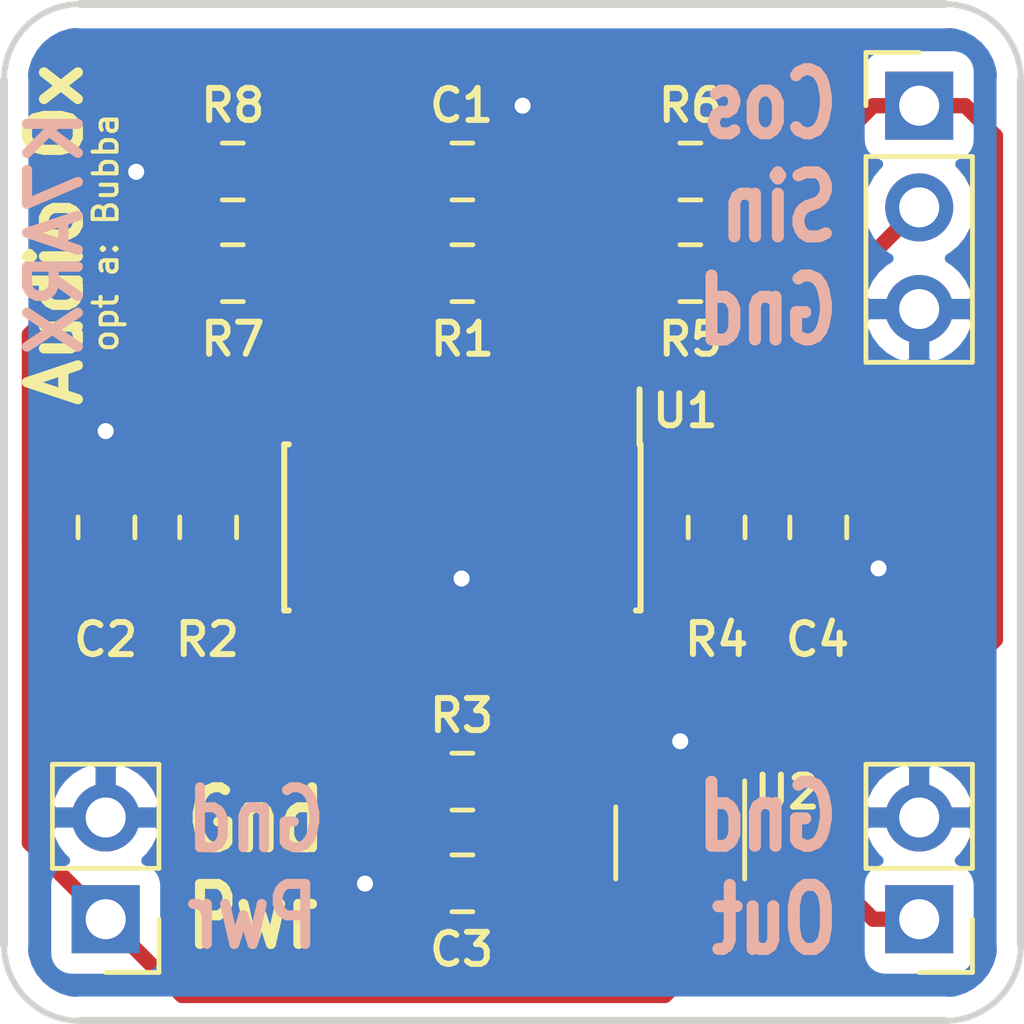
<source format=kicad_pcb>
(kicad_pcb (version 20171130) (host pcbnew 5.1.0)

  (general
    (thickness 1.6)
    (drawings 15)
    (tracks 127)
    (zones 0)
    (modules 17)
    (nets 14)
  )

  (page A4)
  (layers
    (0 F.Cu signal)
    (31 B.Cu signal)
    (32 B.Adhes user)
    (33 F.Adhes user)
    (34 B.Paste user)
    (35 F.Paste user)
    (36 B.SilkS user)
    (37 F.SilkS user)
    (38 B.Mask user)
    (39 F.Mask user)
    (40 Dwgs.User user)
    (41 Cmts.User user)
    (42 Eco1.User user)
    (43 Eco2.User user)
    (44 Edge.Cuts user)
    (45 Margin user)
    (46 B.CrtYd user)
    (47 F.CrtYd user)
    (48 B.Fab user)
    (49 F.Fab user)
  )

  (setup
    (last_trace_width 0.381)
    (trace_clearance 0.1905)
    (zone_clearance 0.508)
    (zone_45_only no)
    (trace_min 0.2)
    (via_size 0.8)
    (via_drill 0.4)
    (via_min_size 0.4)
    (via_min_drill 0.3)
    (uvia_size 0.3)
    (uvia_drill 0.1)
    (uvias_allowed no)
    (uvia_min_size 0.2)
    (uvia_min_drill 0.1)
    (edge_width 0.15)
    (segment_width 0.2)
    (pcb_text_width 0.3)
    (pcb_text_size 1.5 1.5)
    (mod_edge_width 0.15)
    (mod_text_size 1 1)
    (mod_text_width 0.15)
    (pad_size 1.15 1.4)
    (pad_drill 0)
    (pad_to_mask_clearance 0.051)
    (solder_mask_min_width 0.25)
    (aux_axis_origin 0 0)
    (visible_elements FFFFFF7F)
    (pcbplotparams
      (layerselection 0x010fc_ffffffff)
      (usegerberextensions false)
      (usegerberattributes false)
      (usegerberadvancedattributes false)
      (creategerberjobfile false)
      (excludeedgelayer true)
      (linewidth 0.100000)
      (plotframeref false)
      (viasonmask false)
      (mode 1)
      (useauxorigin false)
      (hpglpennumber 1)
      (hpglpenspeed 20)
      (hpglpendiameter 15.000000)
      (psnegative false)
      (psa4output false)
      (plotreference true)
      (plotvalue true)
      (plotinvisibletext false)
      (padsonsilk false)
      (subtractmaskfromsilk false)
      (outputformat 1)
      (mirror false)
      (drillshape 1)
      (scaleselection 1)
      (outputdirectory ""))
  )

  (net 0 "")
  (net 1 GND)
  (net 2 "Net-(C1-Pad1)")
  (net 3 SINE)
  (net 4 "Net-(C3-Pad1)")
  (net 5 COSINE)
  (net 6 VAA)
  (net 7 "Net-(J3-Pad1)")
  (net 8 "Net-(R1-Pad2)")
  (net 9 "Net-(R2-Pad2)")
  (net 10 "Net-(R3-Pad2)")
  (net 11 "Net-(R5-Pad1)")
  (net 12 "Net-(R7-Pad2)")
  (net 13 "Net-(R4-Pad2)")

  (net_class Default "This is the default net class."
    (clearance 0.1905)
    (trace_width 0.381)
    (via_dia 0.8)
    (via_drill 0.4)
    (uvia_dia 0.3)
    (uvia_drill 0.1)
    (add_net COSINE)
    (add_net GND)
    (add_net "Net-(C1-Pad1)")
    (add_net "Net-(C3-Pad1)")
    (add_net "Net-(J3-Pad1)")
    (add_net "Net-(R1-Pad2)")
    (add_net "Net-(R2-Pad2)")
    (add_net "Net-(R3-Pad2)")
    (add_net "Net-(R4-Pad2)")
    (add_net "Net-(R5-Pad1)")
    (add_net "Net-(R7-Pad2)")
    (add_net SINE)
    (add_net VAA)
  )

  (module Connector_PinHeader_2.54mm:PinHeader_1x02_P2.54mm_Vertical (layer F.Cu) (tedit 5CA3E1C1) (tstamp 5CACA0C6)
    (at 187.96 106.68 180)
    (descr "Through hole straight pin header, 1x02, 2.54mm pitch, single row")
    (tags "Through hole pin header THT 1x02 2.54mm single row")
    (path /5CA3F0BC)
    (fp_text reference J3 (at 0 -2.54) (layer F.SilkS) hide
      (effects (font (size 1 1) (thickness 0.15)))
    )
    (fp_text value Conn_01x02 (at 0 4.87 180) (layer F.Fab) hide
      (effects (font (size 1 1) (thickness 0.15)))
    )
    (fp_line (start -0.635 -1.27) (end 1.27 -1.27) (layer F.Fab) (width 0.1))
    (fp_line (start 1.27 -1.27) (end 1.27 3.81) (layer F.Fab) (width 0.1))
    (fp_line (start 1.27 3.81) (end -1.27 3.81) (layer F.Fab) (width 0.1))
    (fp_line (start -1.27 3.81) (end -1.27 -0.635) (layer F.Fab) (width 0.1))
    (fp_line (start -1.27 -0.635) (end -0.635 -1.27) (layer F.Fab) (width 0.1))
    (fp_line (start -1.33 3.87) (end 1.33 3.87) (layer F.SilkS) (width 0.12))
    (fp_line (start -1.33 1.27) (end -1.33 3.87) (layer F.SilkS) (width 0.12))
    (fp_line (start 1.33 1.27) (end 1.33 3.87) (layer F.SilkS) (width 0.12))
    (fp_line (start -1.33 1.27) (end 1.33 1.27) (layer F.SilkS) (width 0.12))
    (fp_line (start -1.33 0) (end -1.33 -1.33) (layer F.SilkS) (width 0.12))
    (fp_line (start -1.33 -1.33) (end 0 -1.33) (layer F.SilkS) (width 0.12))
    (fp_line (start -1.8 -1.8) (end -1.8 4.35) (layer F.CrtYd) (width 0.05))
    (fp_line (start -1.8 4.35) (end 1.8 4.35) (layer F.CrtYd) (width 0.05))
    (fp_line (start 1.8 4.35) (end 1.8 -1.8) (layer F.CrtYd) (width 0.05))
    (fp_line (start 1.8 -1.8) (end -1.8 -1.8) (layer F.CrtYd) (width 0.05))
    (fp_text user %R (at 0 1.27 270) (layer F.Fab)
      (effects (font (size 1 1) (thickness 0.15)))
    )
    (pad 1 thru_hole rect (at 0 0 180) (size 1.7 1.7) (drill 1) (layers *.Cu *.Mask)
      (net 7 "Net-(J3-Pad1)"))
    (pad 2 thru_hole oval (at 0 2.54 180) (size 1.7 1.7) (drill 1) (layers *.Cu *.Mask)
      (net 1 GND))
    (model ${KISYS3DMOD}/Connector_PinHeader_2.54mm.3dshapes/PinHeader_1x02_P2.54mm_Vertical.wrl
      (at (xyz 0 0 0))
      (scale (xyz 1 1 1))
      (rotate (xyz 0 0 0))
    )
  )

  (module Package_SO:SOIC-14_3.9x8.7mm_P1.27mm (layer F.Cu) (tedit 5CA3E1B1) (tstamp 5CACA591)
    (at 176.549398 96.893677 270)
    (descr "14-Lead Plastic Small Outline (SL) - Narrow, 3.90 mm Body [SOIC] (see Microchip Packaging Specification 00000049BS.pdf)")
    (tags "SOIC 1.27")
    (path /5CA21267)
    (attr smd)
    (fp_text reference U1 (at -2.913677 -5.568602 180) (layer F.SilkS)
      (effects (font (size 0.8 0.8) (thickness 0.15)))
    )
    (fp_text value LM324 (at 0 5.375 270) (layer F.Fab) hide
      (effects (font (size 1 1) (thickness 0.15)))
    )
    (fp_text user %R (at 0 0 270) (layer F.Fab)
      (effects (font (size 0.9 0.9) (thickness 0.135)))
    )
    (fp_line (start -0.95 -4.35) (end 1.95 -4.35) (layer F.Fab) (width 0.15))
    (fp_line (start 1.95 -4.35) (end 1.95 4.35) (layer F.Fab) (width 0.15))
    (fp_line (start 1.95 4.35) (end -1.95 4.35) (layer F.Fab) (width 0.15))
    (fp_line (start -1.95 4.35) (end -1.95 -3.35) (layer F.Fab) (width 0.15))
    (fp_line (start -1.95 -3.35) (end -0.95 -4.35) (layer F.Fab) (width 0.15))
    (fp_line (start -3.7 -4.65) (end -3.7 4.65) (layer F.CrtYd) (width 0.05))
    (fp_line (start 3.7 -4.65) (end 3.7 4.65) (layer F.CrtYd) (width 0.05))
    (fp_line (start -3.7 -4.65) (end 3.7 -4.65) (layer F.CrtYd) (width 0.05))
    (fp_line (start -3.7 4.65) (end 3.7 4.65) (layer F.CrtYd) (width 0.05))
    (fp_line (start -2.075 -4.45) (end -2.075 -4.425) (layer F.SilkS) (width 0.15))
    (fp_line (start 2.075 -4.45) (end 2.075 -4.335) (layer F.SilkS) (width 0.15))
    (fp_line (start 2.075 4.45) (end 2.075 4.335) (layer F.SilkS) (width 0.15))
    (fp_line (start -2.075 4.45) (end -2.075 4.335) (layer F.SilkS) (width 0.15))
    (fp_line (start -2.075 -4.45) (end 2.075 -4.45) (layer F.SilkS) (width 0.15))
    (fp_line (start -2.075 4.45) (end 2.075 4.45) (layer F.SilkS) (width 0.15))
    (fp_line (start -2.075 -4.425) (end -3.45 -4.425) (layer F.SilkS) (width 0.15))
    (pad 1 smd rect (at -2.7 -3.81 270) (size 1.5 0.6) (layers F.Cu F.Paste F.Mask)
      (net 8 "Net-(R1-Pad2)"))
    (pad 2 smd rect (at -2.7 -2.54 270) (size 1.5 0.6) (layers F.Cu F.Paste F.Mask)
      (net 11 "Net-(R5-Pad1)"))
    (pad 3 smd rect (at -2.7 -1.27 270) (size 1.5 0.6) (layers F.Cu F.Paste F.Mask)
      (net 12 "Net-(R7-Pad2)"))
    (pad 4 smd rect (at -2.7 0 270) (size 1.5 0.6) (layers F.Cu F.Paste F.Mask)
      (net 6 VAA))
    (pad 5 smd rect (at -2.7 1.27 270) (size 1.5 0.6) (layers F.Cu F.Paste F.Mask)
      (net 2 "Net-(C1-Pad1)"))
    (pad 6 smd rect (at -2.7 2.54 270) (size 1.5 0.6) (layers F.Cu F.Paste F.Mask)
      (net 9 "Net-(R2-Pad2)"))
    (pad 7 smd rect (at -2.7 3.81 270) (size 1.5 0.6) (layers F.Cu F.Paste F.Mask)
      (net 9 "Net-(R2-Pad2)"))
    (pad 8 smd rect (at 2.7 3.81 270) (size 1.5 0.6) (layers F.Cu F.Paste F.Mask)
      (net 10 "Net-(R3-Pad2)"))
    (pad 9 smd rect (at 2.7 2.54 270) (size 1.5 0.6) (layers F.Cu F.Paste F.Mask)
      (net 10 "Net-(R3-Pad2)"))
    (pad 10 smd rect (at 2.7 1.27 270) (size 1.5 0.6) (layers F.Cu F.Paste F.Mask)
      (net 3 SINE))
    (pad 11 smd rect (at 2.7 0 270) (size 1.5 0.6) (layers F.Cu F.Paste F.Mask)
      (net 1 GND))
    (pad 12 smd rect (at 2.7 -1.27 270) (size 1.5 0.6) (layers F.Cu F.Paste F.Mask)
      (net 4 "Net-(C3-Pad1)"))
    (pad 13 smd rect (at 2.7 -2.54 270) (size 1.5 0.6) (layers F.Cu F.Paste F.Mask)
      (net 13 "Net-(R4-Pad2)"))
    (pad 14 smd rect (at 2.7 -3.81 270) (size 1.5 0.6) (layers F.Cu F.Paste F.Mask)
      (net 13 "Net-(R4-Pad2)"))
    (model ${KISYS3DMOD}/Package_SO.3dshapes/SOIC-14_3.9x8.7mm_P1.27mm.wrl
      (at (xyz 0 0 0))
      (scale (xyz 1 1 1))
      (rotate (xyz 0 0 0))
    )
  )

  (module Capacitor_SMD:C_0805_2012Metric_Pad1.15x1.40mm_HandSolder (layer F.Cu) (tedit 5CA3E1B4) (tstamp 5CACA083)
    (at 185.439398 96.893677 270)
    (descr "Capacitor SMD 0805 (2012 Metric), square (rectangular) end terminal, IPC_7351 nominal with elongated pad for handsoldering. (Body size source: https://docs.google.com/spreadsheets/d/1BsfQQcO9C6DZCsRaXUlFlo91Tg2WpOkGARC1WS5S8t0/edit?usp=sharing), generated with kicad-footprint-generator")
    (tags "capacitor handsolder")
    (path /5CA26F27)
    (attr smd)
    (fp_text reference C4 (at 2.801323 0.019398) (layer F.SilkS)
      (effects (font (size 0.8 0.8) (thickness 0.15)))
    )
    (fp_text value C (at 0 1.65 270) (layer F.Fab) hide
      (effects (font (size 1 1) (thickness 0.15)))
    )
    (fp_line (start -1 0.6) (end -1 -0.6) (layer F.Fab) (width 0.1))
    (fp_line (start -1 -0.6) (end 1 -0.6) (layer F.Fab) (width 0.1))
    (fp_line (start 1 -0.6) (end 1 0.6) (layer F.Fab) (width 0.1))
    (fp_line (start 1 0.6) (end -1 0.6) (layer F.Fab) (width 0.1))
    (fp_line (start -0.261252 -0.71) (end 0.261252 -0.71) (layer F.SilkS) (width 0.12))
    (fp_line (start -0.261252 0.71) (end 0.261252 0.71) (layer F.SilkS) (width 0.12))
    (fp_line (start -1.85 0.95) (end -1.85 -0.95) (layer F.CrtYd) (width 0.05))
    (fp_line (start -1.85 -0.95) (end 1.85 -0.95) (layer F.CrtYd) (width 0.05))
    (fp_line (start 1.85 -0.95) (end 1.85 0.95) (layer F.CrtYd) (width 0.05))
    (fp_line (start 1.85 0.95) (end -1.85 0.95) (layer F.CrtYd) (width 0.05))
    (fp_text user %R (at 0 0 270) (layer F.Fab)
      (effects (font (size 0.5 0.5) (thickness 0.08)))
    )
    (pad 1 smd roundrect (at -1.025 0 270) (size 1.15 1.4) (layers F.Cu F.Paste F.Mask) (roundrect_rratio 0.217391)
      (net 5 COSINE))
    (pad 2 smd roundrect (at 1.025 0 270) (size 1.15 1.4) (layers F.Cu F.Paste F.Mask) (roundrect_rratio 0.217391)
      (net 1 GND))
    (model ${KISYS3DMOD}/Capacitor_SMD.3dshapes/C_0805_2012Metric.wrl
      (at (xyz 0 0 0))
      (scale (xyz 1 1 1))
      (rotate (xyz 0 0 0))
    )
  )

  (module Resistor_SMD:R_0805_2012Metric_Pad1.15x1.40mm_HandSolder (layer F.Cu) (tedit 5CA3E1AD) (tstamp 5CACA10A)
    (at 182.899398 96.893677 270)
    (descr "Resistor SMD 0805 (2012 Metric), square (rectangular) end terminal, IPC_7351 nominal with elongated pad for handsoldering. (Body size source: https://docs.google.com/spreadsheets/d/1BsfQQcO9C6DZCsRaXUlFlo91Tg2WpOkGARC1WS5S8t0/edit?usp=sharing), generated with kicad-footprint-generator")
    (tags "resistor handsolder")
    (path /5CA26EB9)
    (attr smd)
    (fp_text reference R4 (at 2.801323 0) (layer F.SilkS)
      (effects (font (size 0.8 0.8) (thickness 0.15)))
    )
    (fp_text value R (at 0 1.65 270) (layer F.Fab) hide
      (effects (font (size 1 1) (thickness 0.15)))
    )
    (fp_text user %R (at 0 0 270) (layer F.Fab)
      (effects (font (size 0.5 0.5) (thickness 0.08)))
    )
    (fp_line (start 1.85 0.95) (end -1.85 0.95) (layer F.CrtYd) (width 0.05))
    (fp_line (start 1.85 -0.95) (end 1.85 0.95) (layer F.CrtYd) (width 0.05))
    (fp_line (start -1.85 -0.95) (end 1.85 -0.95) (layer F.CrtYd) (width 0.05))
    (fp_line (start -1.85 0.95) (end -1.85 -0.95) (layer F.CrtYd) (width 0.05))
    (fp_line (start -0.261252 0.71) (end 0.261252 0.71) (layer F.SilkS) (width 0.12))
    (fp_line (start -0.261252 -0.71) (end 0.261252 -0.71) (layer F.SilkS) (width 0.12))
    (fp_line (start 1 0.6) (end -1 0.6) (layer F.Fab) (width 0.1))
    (fp_line (start 1 -0.6) (end 1 0.6) (layer F.Fab) (width 0.1))
    (fp_line (start -1 -0.6) (end 1 -0.6) (layer F.Fab) (width 0.1))
    (fp_line (start -1 0.6) (end -1 -0.6) (layer F.Fab) (width 0.1))
    (pad 2 smd roundrect (at 1.025 0 270) (size 1.15 1.4) (layers F.Cu F.Paste F.Mask) (roundrect_rratio 0.217391)
      (net 13 "Net-(R4-Pad2)"))
    (pad 1 smd roundrect (at -1.025 0 270) (size 1.15 1.4) (layers F.Cu F.Paste F.Mask) (roundrect_rratio 0.217391)
      (net 5 COSINE))
    (model ${KISYS3DMOD}/Resistor_SMD.3dshapes/R_0805_2012Metric.wrl
      (at (xyz 0 0 0))
      (scale (xyz 1 1 1))
      (rotate (xyz 0 0 0))
    )
  )

  (module Package_TO_SOT_SMD:SOT-23-5 (layer F.Cu) (tedit 5CA3E1CF) (tstamp 5CACC2CA)
    (at 181.991 104.775 270)
    (descr "5-pin SOT23 package")
    (tags SOT-23-5)
    (path /5CA39173)
    (attr smd)
    (fp_text reference U2 (at -1.27 -2.667) (layer F.SilkS)
      (effects (font (size 0.8 0.8) (thickness 0.15)))
    )
    (fp_text value LM321 (at 0 2.9 270) (layer F.Fab) hide
      (effects (font (size 1 1) (thickness 0.15)))
    )
    (fp_text user %R (at 0 0) (layer F.Fab)
      (effects (font (size 0.5 0.5) (thickness 0.075)))
    )
    (fp_line (start -0.9 1.61) (end 0.9 1.61) (layer F.SilkS) (width 0.12))
    (fp_line (start 0.9 -1.61) (end -1.55 -1.61) (layer F.SilkS) (width 0.12))
    (fp_line (start -1.9 -1.8) (end 1.9 -1.8) (layer F.CrtYd) (width 0.05))
    (fp_line (start 1.9 -1.8) (end 1.9 1.8) (layer F.CrtYd) (width 0.05))
    (fp_line (start 1.9 1.8) (end -1.9 1.8) (layer F.CrtYd) (width 0.05))
    (fp_line (start -1.9 1.8) (end -1.9 -1.8) (layer F.CrtYd) (width 0.05))
    (fp_line (start -0.9 -0.9) (end -0.25 -1.55) (layer F.Fab) (width 0.1))
    (fp_line (start 0.9 -1.55) (end -0.25 -1.55) (layer F.Fab) (width 0.1))
    (fp_line (start -0.9 -0.9) (end -0.9 1.55) (layer F.Fab) (width 0.1))
    (fp_line (start 0.9 1.55) (end -0.9 1.55) (layer F.Fab) (width 0.1))
    (fp_line (start 0.9 -1.55) (end 0.9 1.55) (layer F.Fab) (width 0.1))
    (pad 1 smd rect (at -1.1 -0.95 270) (size 1.06 0.65) (layers F.Cu F.Paste F.Mask)
      (net 5 COSINE))
    (pad 2 smd rect (at -1.1 0 270) (size 1.06 0.65) (layers F.Cu F.Paste F.Mask)
      (net 1 GND))
    (pad 3 smd rect (at -1.1 0.95 270) (size 1.06 0.65) (layers F.Cu F.Paste F.Mask)
      (net 7 "Net-(J3-Pad1)"))
    (pad 4 smd rect (at 1.1 0.95 270) (size 1.06 0.65) (layers F.Cu F.Paste F.Mask)
      (net 7 "Net-(J3-Pad1)"))
    (pad 5 smd rect (at 1.1 -0.95 270) (size 1.06 0.65) (layers F.Cu F.Paste F.Mask)
      (net 6 VAA))
    (model ${KISYS3DMOD}/Package_TO_SOT_SMD.3dshapes/SOT-23-5.wrl
      (at (xyz 0 0 0))
      (scale (xyz 1 1 1))
      (rotate (xyz 0 0 0))
    )
  )

  (module Capacitor_SMD:C_0805_2012Metric_Pad1.15x1.40mm_HandSolder (layer F.Cu) (tedit 5CA42985) (tstamp 5CACA050)
    (at 176.549398 88.003677)
    (descr "Capacitor SMD 0805 (2012 Metric), square (rectangular) end terminal, IPC_7351 nominal with elongated pad for handsoldering. (Body size source: https://docs.google.com/spreadsheets/d/1BsfQQcO9C6DZCsRaXUlFlo91Tg2WpOkGARC1WS5S8t0/edit?usp=sharing), generated with kicad-footprint-generator")
    (tags "capacitor handsolder")
    (path /5CA21EF4)
    (attr smd)
    (fp_text reference C1 (at -0.019398 -1.65) (layer F.SilkS)
      (effects (font (size 0.8 0.8) (thickness 0.15)))
    )
    (fp_text value C (at 0 1.65) (layer F.Fab) hide
      (effects (font (size 1 1) (thickness 0.15)))
    )
    (fp_text user %R (at 0 0) (layer F.Fab)
      (effects (font (size 0.5 0.5) (thickness 0.08)))
    )
    (fp_line (start 1.85 0.95) (end -1.85 0.95) (layer F.CrtYd) (width 0.05))
    (fp_line (start 1.85 -0.95) (end 1.85 0.95) (layer F.CrtYd) (width 0.05))
    (fp_line (start -1.85 -0.95) (end 1.85 -0.95) (layer F.CrtYd) (width 0.05))
    (fp_line (start -1.85 0.95) (end -1.85 -0.95) (layer F.CrtYd) (width 0.05))
    (fp_line (start -0.261252 0.71) (end 0.261252 0.71) (layer F.SilkS) (width 0.12))
    (fp_line (start -0.261252 -0.71) (end 0.261252 -0.71) (layer F.SilkS) (width 0.12))
    (fp_line (start 1 0.6) (end -1 0.6) (layer F.Fab) (width 0.1))
    (fp_line (start 1 -0.6) (end 1 0.6) (layer F.Fab) (width 0.1))
    (fp_line (start -1 -0.6) (end 1 -0.6) (layer F.Fab) (width 0.1))
    (fp_line (start -1 0.6) (end -1 -0.6) (layer F.Fab) (width 0.1))
    (pad 2 smd roundrect (at 1.025 0) (size 1.15 1.4) (layers F.Cu F.Paste F.Mask) (roundrect_rratio 0.217391)
      (net 1 GND))
    (pad 1 smd roundrect (at -1.025 0) (size 1.15 1.4) (layers F.Cu F.Paste F.Mask) (roundrect_rratio 0.217391)
      (net 2 "Net-(C1-Pad1)"))
    (model ${KISYS3DMOD}/Capacitor_SMD.3dshapes/C_0805_2012Metric.wrl
      (at (xyz 0 0 0))
      (scale (xyz 1 1 1))
      (rotate (xyz 0 0 0))
    )
  )

  (module Capacitor_SMD:C_0805_2012Metric_Pad1.15x1.40mm_HandSolder (layer F.Cu) (tedit 5CA3E183) (tstamp 5CACA061)
    (at 167.659398 96.893677 90)
    (descr "Capacitor SMD 0805 (2012 Metric), square (rectangular) end terminal, IPC_7351 nominal with elongated pad for handsoldering. (Body size source: https://docs.google.com/spreadsheets/d/1BsfQQcO9C6DZCsRaXUlFlo91Tg2WpOkGARC1WS5S8t0/edit?usp=sharing), generated with kicad-footprint-generator")
    (tags "capacitor handsolder")
    (path /5CA22E0C)
    (attr smd)
    (fp_text reference C2 (at -2.801323 -0.019398 180) (layer F.SilkS)
      (effects (font (size 0.8 0.8) (thickness 0.15)))
    )
    (fp_text value C (at 0 1.65 90) (layer F.Fab) hide
      (effects (font (size 1 1) (thickness 0.15)))
    )
    (fp_line (start -1 0.6) (end -1 -0.6) (layer F.Fab) (width 0.1))
    (fp_line (start -1 -0.6) (end 1 -0.6) (layer F.Fab) (width 0.1))
    (fp_line (start 1 -0.6) (end 1 0.6) (layer F.Fab) (width 0.1))
    (fp_line (start 1 0.6) (end -1 0.6) (layer F.Fab) (width 0.1))
    (fp_line (start -0.261252 -0.71) (end 0.261252 -0.71) (layer F.SilkS) (width 0.12))
    (fp_line (start -0.261252 0.71) (end 0.261252 0.71) (layer F.SilkS) (width 0.12))
    (fp_line (start -1.85 0.95) (end -1.85 -0.95) (layer F.CrtYd) (width 0.05))
    (fp_line (start -1.85 -0.95) (end 1.85 -0.95) (layer F.CrtYd) (width 0.05))
    (fp_line (start 1.85 -0.95) (end 1.85 0.95) (layer F.CrtYd) (width 0.05))
    (fp_line (start 1.85 0.95) (end -1.85 0.95) (layer F.CrtYd) (width 0.05))
    (fp_text user %R (at 0 0 90) (layer F.Fab)
      (effects (font (size 0.5 0.5) (thickness 0.08)))
    )
    (pad 1 smd roundrect (at -1.025 0 90) (size 1.15 1.4) (layers F.Cu F.Paste F.Mask) (roundrect_rratio 0.217391)
      (net 3 SINE))
    (pad 2 smd roundrect (at 1.025 0 90) (size 1.15 1.4) (layers F.Cu F.Paste F.Mask) (roundrect_rratio 0.217391)
      (net 1 GND))
    (model ${KISYS3DMOD}/Capacitor_SMD.3dshapes/C_0805_2012Metric.wrl
      (at (xyz 0 0 0))
      (scale (xyz 1 1 1))
      (rotate (xyz 0 0 0))
    )
  )

  (module Capacitor_SMD:C_0805_2012Metric_Pad1.15x1.40mm_HandSolder (layer F.Cu) (tedit 5CA45AA5) (tstamp 5CACAC13)
    (at 176.549398 105.783677 180)
    (descr "Capacitor SMD 0805 (2012 Metric), square (rectangular) end terminal, IPC_7351 nominal with elongated pad for handsoldering. (Body size source: https://docs.google.com/spreadsheets/d/1BsfQQcO9C6DZCsRaXUlFlo91Tg2WpOkGARC1WS5S8t0/edit?usp=sharing), generated with kicad-footprint-generator")
    (tags "capacitor handsolder")
    (path /5CA244E6)
    (attr smd)
    (fp_text reference C3 (at 0.019398 -1.65 180) (layer F.SilkS)
      (effects (font (size 0.8 0.8) (thickness 0.15)))
    )
    (fp_text value C (at 0 1.65 180) (layer F.Fab) hide
      (effects (font (size 1 1) (thickness 0.15)))
    )
    (fp_text user %R (at 0 0 180) (layer F.Fab)
      (effects (font (size 0.5 0.5) (thickness 0.08)))
    )
    (fp_line (start 1.85 0.95) (end -1.85 0.95) (layer F.CrtYd) (width 0.05))
    (fp_line (start 1.85 -0.95) (end 1.85 0.95) (layer F.CrtYd) (width 0.05))
    (fp_line (start -1.85 -0.95) (end 1.85 -0.95) (layer F.CrtYd) (width 0.05))
    (fp_line (start -1.85 0.95) (end -1.85 -0.95) (layer F.CrtYd) (width 0.05))
    (fp_line (start -0.261252 0.71) (end 0.261252 0.71) (layer F.SilkS) (width 0.12))
    (fp_line (start -0.261252 -0.71) (end 0.261252 -0.71) (layer F.SilkS) (width 0.12))
    (fp_line (start 1 0.6) (end -1 0.6) (layer F.Fab) (width 0.1))
    (fp_line (start 1 -0.6) (end 1 0.6) (layer F.Fab) (width 0.1))
    (fp_line (start -1 -0.6) (end 1 -0.6) (layer F.Fab) (width 0.1))
    (fp_line (start -1 0.6) (end -1 -0.6) (layer F.Fab) (width 0.1))
    (pad 2 smd roundrect (at 1.025 0 180) (size 1.15 1.4) (layers F.Cu F.Paste F.Mask) (roundrect_rratio 0.217391)
      (net 1 GND))
    (pad 1 smd roundrect (at -1.025 0 180) (size 1.15 1.4) (layers F.Cu F.Paste F.Mask) (roundrect_rratio 0.217391)
      (net 4 "Net-(C3-Pad1)"))
    (model ${KISYS3DMOD}/Capacitor_SMD.3dshapes/C_0805_2012Metric.wrl
      (at (xyz 0 0 0))
      (scale (xyz 1 1 1))
      (rotate (xyz 0 0 0))
    )
  )

  (module Connector_PinHeader_2.54mm:PinHeader_1x02_P2.54mm_Vertical (layer F.Cu) (tedit 5CA3E148) (tstamp 5CACA099)
    (at 167.64 106.68 180)
    (descr "Through hole straight pin header, 1x02, 2.54mm pitch, single row")
    (tags "Through hole pin header THT 1x02 2.54mm single row")
    (path /5CA2ACD1)
    (fp_text reference J1 (at -2.54 1.27 90) (layer F.SilkS) hide
      (effects (font (size 1 1) (thickness 0.15)))
    )
    (fp_text value Conn_01x02 (at 0 4.87 180) (layer F.Fab) hide
      (effects (font (size 1 1) (thickness 0.15)))
    )
    (fp_text user %R (at 0 1.27 270) (layer F.Fab)
      (effects (font (size 1 1) (thickness 0.15)))
    )
    (fp_line (start 1.8 -1.8) (end -1.8 -1.8) (layer F.CrtYd) (width 0.05))
    (fp_line (start 1.8 4.35) (end 1.8 -1.8) (layer F.CrtYd) (width 0.05))
    (fp_line (start -1.8 4.35) (end 1.8 4.35) (layer F.CrtYd) (width 0.05))
    (fp_line (start -1.8 -1.8) (end -1.8 4.35) (layer F.CrtYd) (width 0.05))
    (fp_line (start -1.33 -1.33) (end 0 -1.33) (layer F.SilkS) (width 0.12))
    (fp_line (start -1.33 0) (end -1.33 -1.33) (layer F.SilkS) (width 0.12))
    (fp_line (start -1.33 1.27) (end 1.33 1.27) (layer F.SilkS) (width 0.12))
    (fp_line (start 1.33 1.27) (end 1.33 3.87) (layer F.SilkS) (width 0.12))
    (fp_line (start -1.33 1.27) (end -1.33 3.87) (layer F.SilkS) (width 0.12))
    (fp_line (start -1.33 3.87) (end 1.33 3.87) (layer F.SilkS) (width 0.12))
    (fp_line (start -1.27 -0.635) (end -0.635 -1.27) (layer F.Fab) (width 0.1))
    (fp_line (start -1.27 3.81) (end -1.27 -0.635) (layer F.Fab) (width 0.1))
    (fp_line (start 1.27 3.81) (end -1.27 3.81) (layer F.Fab) (width 0.1))
    (fp_line (start 1.27 -1.27) (end 1.27 3.81) (layer F.Fab) (width 0.1))
    (fp_line (start -0.635 -1.27) (end 1.27 -1.27) (layer F.Fab) (width 0.1))
    (pad 2 thru_hole oval (at 0 2.54 180) (size 1.7 1.7) (drill 1) (layers *.Cu *.Mask)
      (net 1 GND))
    (pad 1 thru_hole rect (at 0 0 180) (size 1.7 1.7) (drill 1) (layers *.Cu *.Mask)
      (net 6 VAA))
    (model ${KISYS3DMOD}/Connector_PinHeader_2.54mm.3dshapes/PinHeader_1x02_P2.54mm_Vertical.wrl
      (at (xyz 0 0 0))
      (scale (xyz 1 1 1))
      (rotate (xyz 0 0 0))
    )
  )

  (module Connector_PinHeader_2.54mm:PinHeader_1x03_P2.54mm_Vertical (layer F.Cu) (tedit 5CA3E1BD) (tstamp 5CACA0B0)
    (at 187.96 86.36)
    (descr "Through hole straight pin header, 1x03, 2.54mm pitch, single row")
    (tags "Through hole pin header THT 1x03 2.54mm single row")
    (path /5CA3033A)
    (fp_text reference J2 (at -0.02 7.62 180) (layer F.SilkS) hide
      (effects (font (size 1 1) (thickness 0.15)))
    )
    (fp_text value Conn_01x03 (at 0 7.41) (layer F.Fab) hide
      (effects (font (size 1 1) (thickness 0.15)))
    )
    (fp_line (start -0.635 -1.27) (end 1.27 -1.27) (layer F.Fab) (width 0.1))
    (fp_line (start 1.27 -1.27) (end 1.27 6.35) (layer F.Fab) (width 0.1))
    (fp_line (start 1.27 6.35) (end -1.27 6.35) (layer F.Fab) (width 0.1))
    (fp_line (start -1.27 6.35) (end -1.27 -0.635) (layer F.Fab) (width 0.1))
    (fp_line (start -1.27 -0.635) (end -0.635 -1.27) (layer F.Fab) (width 0.1))
    (fp_line (start -1.33 6.41) (end 1.33 6.41) (layer F.SilkS) (width 0.12))
    (fp_line (start -1.33 1.27) (end -1.33 6.41) (layer F.SilkS) (width 0.12))
    (fp_line (start 1.33 1.27) (end 1.33 6.41) (layer F.SilkS) (width 0.12))
    (fp_line (start -1.33 1.27) (end 1.33 1.27) (layer F.SilkS) (width 0.12))
    (fp_line (start -1.33 0) (end -1.33 -1.33) (layer F.SilkS) (width 0.12))
    (fp_line (start -1.33 -1.33) (end 0 -1.33) (layer F.SilkS) (width 0.12))
    (fp_line (start -1.8 -1.8) (end -1.8 6.85) (layer F.CrtYd) (width 0.05))
    (fp_line (start -1.8 6.85) (end 1.8 6.85) (layer F.CrtYd) (width 0.05))
    (fp_line (start 1.8 6.85) (end 1.8 -1.8) (layer F.CrtYd) (width 0.05))
    (fp_line (start 1.8 -1.8) (end -1.8 -1.8) (layer F.CrtYd) (width 0.05))
    (fp_text user %R (at 0 2.54 90) (layer F.Fab)
      (effects (font (size 1 1) (thickness 0.15)))
    )
    (pad 1 thru_hole rect (at 0 0) (size 1.7 1.7) (drill 1) (layers *.Cu *.Mask)
      (net 5 COSINE))
    (pad 2 thru_hole oval (at 0 2.54) (size 1.7 1.7) (drill 1) (layers *.Cu *.Mask)
      (net 3 SINE))
    (pad 3 thru_hole oval (at 0 5.08) (size 1.7 1.7) (drill 1) (layers *.Cu *.Mask)
      (net 1 GND))
    (model ${KISYS3DMOD}/Connector_PinHeader_2.54mm.3dshapes/PinHeader_1x03_P2.54mm_Vertical.wrl
      (at (xyz 0 0 0))
      (scale (xyz 1 1 1))
      (rotate (xyz 0 0 0))
    )
  )

  (module Resistor_SMD:R_0805_2012Metric_Pad1.15x1.40mm_HandSolder (layer F.Cu) (tedit 5CA45FF5) (tstamp 5CACD1B3)
    (at 176.549398 90.543677)
    (descr "Resistor SMD 0805 (2012 Metric), square (rectangular) end terminal, IPC_7351 nominal with elongated pad for handsoldering. (Body size source: https://docs.google.com/spreadsheets/d/1BsfQQcO9C6DZCsRaXUlFlo91Tg2WpOkGARC1WS5S8t0/edit?usp=sharing), generated with kicad-footprint-generator")
    (tags "resistor handsolder")
    (path /5CA21E34)
    (attr smd)
    (fp_text reference R1 (at 0 1.65) (layer F.SilkS)
      (effects (font (size 0.8 0.8) (thickness 0.15)))
    )
    (fp_text value R (at 0 1.65) (layer F.Fab) hide
      (effects (font (size 1 1) (thickness 0.15)))
    )
    (fp_line (start -1 0.6) (end -1 -0.6) (layer F.Fab) (width 0.1))
    (fp_line (start -1 -0.6) (end 1 -0.6) (layer F.Fab) (width 0.1))
    (fp_line (start 1 -0.6) (end 1 0.6) (layer F.Fab) (width 0.1))
    (fp_line (start 1 0.6) (end -1 0.6) (layer F.Fab) (width 0.1))
    (fp_line (start -0.261252 -0.71) (end 0.261252 -0.71) (layer F.SilkS) (width 0.12))
    (fp_line (start -0.261252 0.71) (end 0.261252 0.71) (layer F.SilkS) (width 0.12))
    (fp_line (start -1.85 0.95) (end -1.85 -0.95) (layer F.CrtYd) (width 0.05))
    (fp_line (start -1.85 -0.95) (end 1.85 -0.95) (layer F.CrtYd) (width 0.05))
    (fp_line (start 1.85 -0.95) (end 1.85 0.95) (layer F.CrtYd) (width 0.05))
    (fp_line (start 1.85 0.95) (end -1.85 0.95) (layer F.CrtYd) (width 0.05))
    (fp_text user %R (at 0 0) (layer F.Fab)
      (effects (font (size 0.5 0.5) (thickness 0.08)))
    )
    (pad 1 smd roundrect (at -1.025 0) (size 1.15 1.4) (layers F.Cu F.Paste F.Mask) (roundrect_rratio 0.217391)
      (net 2 "Net-(C1-Pad1)"))
    (pad 2 smd roundrect (at 1.025 0) (size 1.15 1.4) (layers F.Cu F.Paste F.Mask) (roundrect_rratio 0.217391)
      (net 8 "Net-(R1-Pad2)"))
    (model ${KISYS3DMOD}/Resistor_SMD.3dshapes/R_0805_2012Metric.wrl
      (at (xyz 0 0 0))
      (scale (xyz 1 1 1))
      (rotate (xyz 0 0 0))
    )
  )

  (module Resistor_SMD:R_0805_2012Metric_Pad1.15x1.40mm_HandSolder (layer F.Cu) (tedit 5CA3E188) (tstamp 5CACA0E8)
    (at 170.199398 96.893677 90)
    (descr "Resistor SMD 0805 (2012 Metric), square (rectangular) end terminal, IPC_7351 nominal with elongated pad for handsoldering. (Body size source: https://docs.google.com/spreadsheets/d/1BsfQQcO9C6DZCsRaXUlFlo91Tg2WpOkGARC1WS5S8t0/edit?usp=sharing), generated with kicad-footprint-generator")
    (tags "resistor handsolder")
    (path /5CA22CB2)
    (attr smd)
    (fp_text reference R2 (at -2.801323 -0.019398 180) (layer F.SilkS)
      (effects (font (size 0.8 0.8) (thickness 0.15)))
    )
    (fp_text value R (at 0 1.65 90) (layer F.Fab) hide
      (effects (font (size 1 1) (thickness 0.15)))
    )
    (fp_text user %R (at 0 0 90) (layer F.Fab)
      (effects (font (size 0.5 0.5) (thickness 0.08)))
    )
    (fp_line (start 1.85 0.95) (end -1.85 0.95) (layer F.CrtYd) (width 0.05))
    (fp_line (start 1.85 -0.95) (end 1.85 0.95) (layer F.CrtYd) (width 0.05))
    (fp_line (start -1.85 -0.95) (end 1.85 -0.95) (layer F.CrtYd) (width 0.05))
    (fp_line (start -1.85 0.95) (end -1.85 -0.95) (layer F.CrtYd) (width 0.05))
    (fp_line (start -0.261252 0.71) (end 0.261252 0.71) (layer F.SilkS) (width 0.12))
    (fp_line (start -0.261252 -0.71) (end 0.261252 -0.71) (layer F.SilkS) (width 0.12))
    (fp_line (start 1 0.6) (end -1 0.6) (layer F.Fab) (width 0.1))
    (fp_line (start 1 -0.6) (end 1 0.6) (layer F.Fab) (width 0.1))
    (fp_line (start -1 -0.6) (end 1 -0.6) (layer F.Fab) (width 0.1))
    (fp_line (start -1 0.6) (end -1 -0.6) (layer F.Fab) (width 0.1))
    (pad 2 smd roundrect (at 1.025 0 90) (size 1.15 1.4) (layers F.Cu F.Paste F.Mask) (roundrect_rratio 0.217391)
      (net 9 "Net-(R2-Pad2)"))
    (pad 1 smd roundrect (at -1.025 0 90) (size 1.15 1.4) (layers F.Cu F.Paste F.Mask) (roundrect_rratio 0.217391)
      (net 3 SINE))
    (model ${KISYS3DMOD}/Resistor_SMD.3dshapes/R_0805_2012Metric.wrl
      (at (xyz 0 0 0))
      (scale (xyz 1 1 1))
      (rotate (xyz 0 0 0))
    )
  )

  (module Resistor_SMD:R_0805_2012Metric_Pad1.15x1.40mm_HandSolder (layer F.Cu) (tedit 5CA429B7) (tstamp 5CACA0F9)
    (at 176.549398 103.243677 180)
    (descr "Resistor SMD 0805 (2012 Metric), square (rectangular) end terminal, IPC_7351 nominal with elongated pad for handsoldering. (Body size source: https://docs.google.com/spreadsheets/d/1BsfQQcO9C6DZCsRaXUlFlo91Tg2WpOkGARC1WS5S8t0/edit?usp=sharing), generated with kicad-footprint-generator")
    (tags "resistor handsolder")
    (path /5CA2447C)
    (attr smd)
    (fp_text reference R3 (at 0.019398 1.65 180) (layer F.SilkS)
      (effects (font (size 0.8 0.8) (thickness 0.15)))
    )
    (fp_text value R (at 0 1.65 180) (layer F.Fab) hide
      (effects (font (size 1 1) (thickness 0.15)))
    )
    (fp_line (start -1 0.6) (end -1 -0.6) (layer F.Fab) (width 0.1))
    (fp_line (start -1 -0.6) (end 1 -0.6) (layer F.Fab) (width 0.1))
    (fp_line (start 1 -0.6) (end 1 0.6) (layer F.Fab) (width 0.1))
    (fp_line (start 1 0.6) (end -1 0.6) (layer F.Fab) (width 0.1))
    (fp_line (start -0.261252 -0.71) (end 0.261252 -0.71) (layer F.SilkS) (width 0.12))
    (fp_line (start -0.261252 0.71) (end 0.261252 0.71) (layer F.SilkS) (width 0.12))
    (fp_line (start -1.85 0.95) (end -1.85 -0.95) (layer F.CrtYd) (width 0.05))
    (fp_line (start -1.85 -0.95) (end 1.85 -0.95) (layer F.CrtYd) (width 0.05))
    (fp_line (start 1.85 -0.95) (end 1.85 0.95) (layer F.CrtYd) (width 0.05))
    (fp_line (start 1.85 0.95) (end -1.85 0.95) (layer F.CrtYd) (width 0.05))
    (fp_text user %R (at 0 0 180) (layer F.Fab)
      (effects (font (size 0.5 0.5) (thickness 0.08)))
    )
    (pad 1 smd roundrect (at -1.025 0 180) (size 1.15 1.4) (layers F.Cu F.Paste F.Mask) (roundrect_rratio 0.217391)
      (net 4 "Net-(C3-Pad1)"))
    (pad 2 smd roundrect (at 1.025 0 180) (size 1.15 1.4) (layers F.Cu F.Paste F.Mask) (roundrect_rratio 0.217391)
      (net 10 "Net-(R3-Pad2)"))
    (model ${KISYS3DMOD}/Resistor_SMD.3dshapes/R_0805_2012Metric.wrl
      (at (xyz 0 0 0))
      (scale (xyz 1 1 1))
      (rotate (xyz 0 0 0))
    )
  )

  (module Resistor_SMD:R_0805_2012Metric_Pad1.15x1.40mm_HandSolder (layer F.Cu) (tedit 5CA46067) (tstamp 5CB08646)
    (at 182.245 90.543677)
    (descr "Resistor SMD 0805 (2012 Metric), square (rectangular) end terminal, IPC_7351 nominal with elongated pad for handsoldering. (Body size source: https://docs.google.com/spreadsheets/d/1BsfQQcO9C6DZCsRaXUlFlo91Tg2WpOkGARC1WS5S8t0/edit?usp=sharing), generated with kicad-footprint-generator")
    (tags "resistor handsolder")
    (path /5CA21823)
    (attr smd)
    (fp_text reference R5 (at 0 1.65) (layer F.SilkS)
      (effects (font (size 0.8 0.8) (thickness 0.15)))
    )
    (fp_text value 360k (at 0 1.65) (layer F.Fab) hide
      (effects (font (size 1 1) (thickness 0.15)))
    )
    (fp_text user %R (at 0 0) (layer F.Fab)
      (effects (font (size 0.5 0.5) (thickness 0.08)))
    )
    (fp_line (start 1.85 0.95) (end -1.85 0.95) (layer F.CrtYd) (width 0.05))
    (fp_line (start 1.85 -0.95) (end 1.85 0.95) (layer F.CrtYd) (width 0.05))
    (fp_line (start -1.85 -0.95) (end 1.85 -0.95) (layer F.CrtYd) (width 0.05))
    (fp_line (start -1.85 0.95) (end -1.85 -0.95) (layer F.CrtYd) (width 0.05))
    (fp_line (start -0.261252 0.71) (end 0.261252 0.71) (layer F.SilkS) (width 0.12))
    (fp_line (start -0.261252 -0.71) (end 0.261252 -0.71) (layer F.SilkS) (width 0.12))
    (fp_line (start 1 0.6) (end -1 0.6) (layer F.Fab) (width 0.1))
    (fp_line (start 1 -0.6) (end 1 0.6) (layer F.Fab) (width 0.1))
    (fp_line (start -1 -0.6) (end 1 -0.6) (layer F.Fab) (width 0.1))
    (fp_line (start -1 0.6) (end -1 -0.6) (layer F.Fab) (width 0.1))
    (pad 2 smd roundrect (at 1.025 0) (size 1.15 1.4) (layers F.Cu F.Paste F.Mask) (roundrect_rratio 0.217391)
      (net 5 COSINE))
    (pad 1 smd roundrect (at -1.025 0) (size 1.15 1.4) (layers F.Cu F.Paste F.Mask) (roundrect_rratio 0.217391)
      (net 11 "Net-(R5-Pad1)"))
    (model ${KISYS3DMOD}/Resistor_SMD.3dshapes/R_0805_2012Metric.wrl
      (at (xyz 0 0 0))
      (scale (xyz 1 1 1))
      (rotate (xyz 0 0 0))
    )
  )

  (module Resistor_SMD:R_0805_2012Metric_Pad1.15x1.40mm_HandSolder (layer F.Cu) (tedit 5CA4606E) (tstamp 5CB08657)
    (at 182.245 88.003677)
    (descr "Resistor SMD 0805 (2012 Metric), square (rectangular) end terminal, IPC_7351 nominal with elongated pad for handsoldering. (Body size source: https://docs.google.com/spreadsheets/d/1BsfQQcO9C6DZCsRaXUlFlo91Tg2WpOkGARC1WS5S8t0/edit?usp=sharing), generated with kicad-footprint-generator")
    (tags "resistor handsolder")
    (path /5CA21595)
    (attr smd)
    (fp_text reference R6 (at 0 -1.65) (layer F.SilkS)
      (effects (font (size 0.8 0.8) (thickness 0.15)))
    )
    (fp_text value 1.5M (at 0 1.65) (layer F.Fab) hide
      (effects (font (size 1 1) (thickness 0.15)))
    )
    (fp_line (start -1 0.6) (end -1 -0.6) (layer F.Fab) (width 0.1))
    (fp_line (start -1 -0.6) (end 1 -0.6) (layer F.Fab) (width 0.1))
    (fp_line (start 1 -0.6) (end 1 0.6) (layer F.Fab) (width 0.1))
    (fp_line (start 1 0.6) (end -1 0.6) (layer F.Fab) (width 0.1))
    (fp_line (start -0.261252 -0.71) (end 0.261252 -0.71) (layer F.SilkS) (width 0.12))
    (fp_line (start -0.261252 0.71) (end 0.261252 0.71) (layer F.SilkS) (width 0.12))
    (fp_line (start -1.85 0.95) (end -1.85 -0.95) (layer F.CrtYd) (width 0.05))
    (fp_line (start -1.85 -0.95) (end 1.85 -0.95) (layer F.CrtYd) (width 0.05))
    (fp_line (start 1.85 -0.95) (end 1.85 0.95) (layer F.CrtYd) (width 0.05))
    (fp_line (start 1.85 0.95) (end -1.85 0.95) (layer F.CrtYd) (width 0.05))
    (fp_text user %R (at 0 0) (layer F.Fab)
      (effects (font (size 0.5 0.5) (thickness 0.08)))
    )
    (pad 1 smd roundrect (at -1.025 0) (size 1.15 1.4) (layers F.Cu F.Paste F.Mask) (roundrect_rratio 0.217391)
      (net 11 "Net-(R5-Pad1)"))
    (pad 2 smd roundrect (at 1.025 0) (size 1.15 1.4) (layers F.Cu F.Paste F.Mask) (roundrect_rratio 0.217391)
      (net 8 "Net-(R1-Pad2)"))
    (model ${KISYS3DMOD}/Resistor_SMD.3dshapes/R_0805_2012Metric.wrl
      (at (xyz 0 0 0))
      (scale (xyz 1 1 1))
      (rotate (xyz 0 0 0))
    )
  )

  (module Resistor_SMD:R_0805_2012Metric_Pad1.15x1.40mm_HandSolder (layer F.Cu) (tedit 5CA46000) (tstamp 5CB08668)
    (at 170.815 90.543677)
    (descr "Resistor SMD 0805 (2012 Metric), square (rectangular) end terminal, IPC_7351 nominal with elongated pad for handsoldering. (Body size source: https://docs.google.com/spreadsheets/d/1BsfQQcO9C6DZCsRaXUlFlo91Tg2WpOkGARC1WS5S8t0/edit?usp=sharing), generated with kicad-footprint-generator")
    (tags "resistor handsolder")
    (path /5CA21956)
    (attr smd)
    (fp_text reference R7 (at 0 1.65) (layer F.SilkS)
      (effects (font (size 0.8 0.8) (thickness 0.15)))
    )
    (fp_text value 10k (at 0 1.65) (layer F.Fab) hide
      (effects (font (size 1 1) (thickness 0.15)))
    )
    (fp_line (start -1 0.6) (end -1 -0.6) (layer F.Fab) (width 0.1))
    (fp_line (start -1 -0.6) (end 1 -0.6) (layer F.Fab) (width 0.1))
    (fp_line (start 1 -0.6) (end 1 0.6) (layer F.Fab) (width 0.1))
    (fp_line (start 1 0.6) (end -1 0.6) (layer F.Fab) (width 0.1))
    (fp_line (start -0.261252 -0.71) (end 0.261252 -0.71) (layer F.SilkS) (width 0.12))
    (fp_line (start -0.261252 0.71) (end 0.261252 0.71) (layer F.SilkS) (width 0.12))
    (fp_line (start -1.85 0.95) (end -1.85 -0.95) (layer F.CrtYd) (width 0.05))
    (fp_line (start -1.85 -0.95) (end 1.85 -0.95) (layer F.CrtYd) (width 0.05))
    (fp_line (start 1.85 -0.95) (end 1.85 0.95) (layer F.CrtYd) (width 0.05))
    (fp_line (start 1.85 0.95) (end -1.85 0.95) (layer F.CrtYd) (width 0.05))
    (fp_text user %R (at 0 0) (layer F.Fab)
      (effects (font (size 0.5 0.5) (thickness 0.08)))
    )
    (pad 1 smd roundrect (at -1.025 0) (size 1.15 1.4) (layers F.Cu F.Paste F.Mask) (roundrect_rratio 0.217391)
      (net 6 VAA))
    (pad 2 smd roundrect (at 1.025 0) (size 1.15 1.4) (layers F.Cu F.Paste F.Mask) (roundrect_rratio 0.217391)
      (net 12 "Net-(R7-Pad2)"))
    (model ${KISYS3DMOD}/Resistor_SMD.3dshapes/R_0805_2012Metric.wrl
      (at (xyz 0 0 0))
      (scale (xyz 1 1 1))
      (rotate (xyz 0 0 0))
    )
  )

  (module Resistor_SMD:R_0805_2012Metric_Pad1.15x1.40mm_HandSolder (layer F.Cu) (tedit 5CA4600A) (tstamp 5CB0879E)
    (at 170.815 88.003677)
    (descr "Resistor SMD 0805 (2012 Metric), square (rectangular) end terminal, IPC_7351 nominal with elongated pad for handsoldering. (Body size source: https://docs.google.com/spreadsheets/d/1BsfQQcO9C6DZCsRaXUlFlo91Tg2WpOkGARC1WS5S8t0/edit?usp=sharing), generated with kicad-footprint-generator")
    (tags "resistor handsolder")
    (path /5CA21A91)
    (attr smd)
    (fp_text reference R8 (at 0 -1.65) (layer F.SilkS)
      (effects (font (size 0.8 0.8) (thickness 0.15)))
    )
    (fp_text value 10k (at 0 1.65) (layer F.Fab) hide
      (effects (font (size 1 1) (thickness 0.15)))
    )
    (fp_text user %R (at 0 0) (layer F.Fab)
      (effects (font (size 0.5 0.5) (thickness 0.08)))
    )
    (fp_line (start 1.85 0.95) (end -1.85 0.95) (layer F.CrtYd) (width 0.05))
    (fp_line (start 1.85 -0.95) (end 1.85 0.95) (layer F.CrtYd) (width 0.05))
    (fp_line (start -1.85 -0.95) (end 1.85 -0.95) (layer F.CrtYd) (width 0.05))
    (fp_line (start -1.85 0.95) (end -1.85 -0.95) (layer F.CrtYd) (width 0.05))
    (fp_line (start -0.261252 0.71) (end 0.261252 0.71) (layer F.SilkS) (width 0.12))
    (fp_line (start -0.261252 -0.71) (end 0.261252 -0.71) (layer F.SilkS) (width 0.12))
    (fp_line (start 1 0.6) (end -1 0.6) (layer F.Fab) (width 0.1))
    (fp_line (start 1 -0.6) (end 1 0.6) (layer F.Fab) (width 0.1))
    (fp_line (start -1 -0.6) (end 1 -0.6) (layer F.Fab) (width 0.1))
    (fp_line (start -1 0.6) (end -1 -0.6) (layer F.Fab) (width 0.1))
    (pad 2 smd roundrect (at 1.025 0) (size 1.15 1.4) (layers F.Cu F.Paste F.Mask) (roundrect_rratio 0.217391)
      (net 12 "Net-(R7-Pad2)"))
    (pad 1 smd roundrect (at -1.025 0) (size 1.15 1.4) (layers F.Cu F.Paste F.Mask) (roundrect_rratio 0.217391)
      (net 1 GND))
    (model ${KISYS3DMOD}/Resistor_SMD.3dshapes/R_0805_2012Metric.wrl
      (at (xyz 0 0 0))
      (scale (xyz 1 1 1))
      (rotate (xyz 0 0 0))
    )
  )

  (gr_text "opt a: Bubba" (at 167.64 89.535 90) (layer F.SilkS)
    (effects (font (size 0.6 0.6) (thickness 0.1)))
  )
  (gr_text K7ARX (at 166.37 89.535 90) (layer B.SilkS)
    (effects (font (size 1.27 1.27) (thickness 0.254)) (justify mirror))
  )
  (gr_text "Audio Ox" (at 166.37 93.98 90) (layer F.SilkS) (tstamp 5CA6A22A)
    (effects (font (size 1.27 1.27) (thickness 0.254)) (justify left))
  )
  (gr_text "Gnd\nPwr" (at 169.545 105.41) (layer B.SilkS) (tstamp 5CB081B3)
    (effects (font (size 1.5 1.2) (thickness 0.25)) (justify right mirror))
  )
  (gr_line (start 188.595 83.82) (end 167.005 83.82) (layer Edge.Cuts) (width 0.2))
  (gr_line (start 190.5 107.315) (end 190.5 85.725) (layer Edge.Cuts) (width 0.2))
  (gr_line (start 167.005 109.22) (end 188.595 109.22) (layer Edge.Cuts) (width 0.2))
  (gr_line (start 165.1 85.725) (end 165.1 107.315) (layer Edge.Cuts) (width 0.2))
  (gr_arc (start 167.005 85.725) (end 167.005 83.82) (angle -90) (layer Edge.Cuts) (width 0.15))
  (gr_arc (start 188.595 85.725) (end 190.5 85.725) (angle -90) (layer Edge.Cuts) (width 0.15) (tstamp 5CB07EF8))
  (gr_arc (start 188.595 107.315) (end 188.595 109.22) (angle -90) (layer Edge.Cuts) (width 0.15) (tstamp 5CB07EF1))
  (gr_arc (start 167.005 107.315) (end 165.1 107.315) (angle -90) (layer Edge.Cuts) (width 0.15))
  (gr_text "Gnd\nOut" (at 186.055 105.41) (layer B.SilkS)
    (effects (font (size 1.6 1.2) (thickness 0.3)) (justify left mirror))
  )
  (gr_text "Cos\nSin\nGnd" (at 186.055 88.9) (layer B.SilkS)
    (effects (font (size 1.6 1.2) (thickness 0.3)) (justify left mirror))
  )
  (gr_text "Gnd\nPwr" (at 169.545 105.41) (layer F.SilkS)
    (effects (font (size 1.5 1.2) (thickness 0.25)) (justify left))
  )

  (via (at 168.402 88.011) (size 0.8) (drill 0.4) (layers F.Cu B.Cu) (net 1))
  (segment (start 169.809398 88.003677) (end 168.409323 88.003677) (width 0.381) (layer F.Cu) (net 1))
  (segment (start 168.409323 88.003677) (end 168.402 88.011) (width 0.381) (layer F.Cu) (net 1))
  (via (at 178.054 86.36) (size 0.8) (drill 0.4) (layers F.Cu B.Cu) (net 1))
  (segment (start 177.574398 88.003677) (end 177.574398 86.839602) (width 0.381) (layer F.Cu) (net 1))
  (segment (start 177.574398 86.839602) (end 178.054 86.36) (width 0.381) (layer F.Cu) (net 1))
  (segment (start 167.659398 95.868677) (end 167.659398 94.507398) (width 0.381) (layer F.Cu) (net 1))
  (via (at 167.64 94.488) (size 0.8) (drill 0.4) (layers F.Cu B.Cu) (net 1))
  (segment (start 167.659398 94.507398) (end 167.64 94.488) (width 0.381) (layer F.Cu) (net 1))
  (via (at 174.117 105.791) (size 0.8) (drill 0.4) (layers F.Cu B.Cu) (net 1))
  (segment (start 175.524398 105.783677) (end 174.124323 105.783677) (width 0.381) (layer F.Cu) (net 1))
  (segment (start 174.124323 105.783677) (end 174.117 105.791) (width 0.381) (layer F.Cu) (net 1))
  (via (at 181.991 102.235) (size 0.8) (drill 0.4) (layers F.Cu B.Cu) (net 1))
  (segment (start 181.991 103.675) (end 181.991 102.235) (width 0.381) (layer F.Cu) (net 1))
  (via (at 186.944 97.917) (size 0.8) (drill 0.4) (layers F.Cu B.Cu) (net 1))
  (segment (start 185.439398 97.918677) (end 186.942323 97.918677) (width 0.381) (layer F.Cu) (net 1))
  (segment (start 186.942323 97.918677) (end 186.944 97.917) (width 0.381) (layer F.Cu) (net 1))
  (via (at 176.53 98.171) (size 0.8) (drill 0.4) (layers F.Cu B.Cu) (net 1))
  (segment (start 176.549398 99.593677) (end 176.549398 98.190398) (width 0.381) (layer F.Cu) (net 1))
  (segment (start 176.549398 98.190398) (end 176.53 98.171) (width 0.381) (layer F.Cu) (net 1))
  (segment (start 175.524398 88.003677) (end 175.524398 90.543677) (width 0.381) (layer F.Cu) (net 2))
  (segment (start 175.279398 90.788677) (end 175.524398 90.543677) (width 0.381) (layer F.Cu) (net 2))
  (segment (start 175.279398 94.193677) (end 175.279398 90.788677) (width 0.381) (layer F.Cu) (net 2))
  (segment (start 167.659398 97.918677) (end 170.199398 97.918677) (width 0.381) (layer F.Cu) (net 3))
  (segment (start 174.242323 97.918677) (end 174.245677 97.918677) (width 0.381) (layer F.Cu) (net 3))
  (segment (start 174.735398 97.918677) (end 173.991677 97.918677) (width 0.381) (layer F.Cu) (net 3))
  (segment (start 170.199398 97.918677) (end 173.991677 97.918677) (width 0.381) (layer F.Cu) (net 3))
  (segment (start 175.279398 98.462677) (end 174.735398 97.918677) (width 0.381) (layer F.Cu) (net 3))
  (segment (start 175.279398 99.593677) (end 175.279398 98.462677) (width 0.381) (layer F.Cu) (net 3))
  (segment (start 173.991677 97.918677) (end 174.242323 97.918677) (width 0.381) (layer F.Cu) (net 3))
  (segment (start 175.768 96.901) (end 186.309 96.901) (width 0.381) (layer F.Cu) (net 3))
  (segment (start 174.735398 97.918677) (end 174.750323 97.918677) (width 0.381) (layer F.Cu) (net 3))
  (segment (start 186.309 96.901) (end 186.69 96.52) (width 0.381) (layer F.Cu) (net 3))
  (segment (start 174.750323 97.918677) (end 175.768 96.901) (width 0.381) (layer F.Cu) (net 3))
  (segment (start 187.96 88.9) (end 186.182 90.678) (width 0.381) (layer F.Cu) (net 3))
  (segment (start 186.182 90.678) (end 186.182 93.472) (width 0.381) (layer F.Cu) (net 3))
  (segment (start 186.69 93.98) (end 186.69 96.52) (width 0.381) (layer F.Cu) (net 3))
  (segment (start 186.182 93.472) (end 186.69 93.98) (width 0.381) (layer F.Cu) (net 3))
  (segment (start 177.574398 103.243677) (end 177.574398 105.783677) (width 0.381) (layer F.Cu) (net 4))
  (segment (start 177.819398 102.998677) (end 177.574398 103.243677) (width 0.381) (layer F.Cu) (net 4))
  (segment (start 177.819398 99.593677) (end 177.819398 102.998677) (width 0.381) (layer F.Cu) (net 4))
  (segment (start 183.27 91.343677) (end 184.169398 92.243075) (width 0.381) (layer F.Cu) (net 5))
  (segment (start 183.27 90.543677) (end 183.27 91.343677) (width 0.381) (layer F.Cu) (net 5))
  (segment (start 184.133677 95.631) (end 183.896 95.868677) (width 0.381) (layer F.Cu) (net 5))
  (segment (start 184.169398 95.631) (end 184.133677 95.631) (width 0.381) (layer F.Cu) (net 5))
  (segment (start 183.896 95.868677) (end 184.169398 95.868677) (width 0.381) (layer F.Cu) (net 5))
  (segment (start 182.899398 95.868677) (end 183.896 95.868677) (width 0.381) (layer F.Cu) (net 5))
  (segment (start 184.169398 95.631) (end 184.169398 95.868677) (width 0.381) (layer F.Cu) (net 5))
  (segment (start 184.169398 92.243075) (end 184.169398 95.631) (width 0.381) (layer F.Cu) (net 5))
  (segment (start 184.169398 95.631) (end 184.169398 95.634075) (width 0.381) (layer F.Cu) (net 5))
  (segment (start 184.169398 95.634075) (end 184.404 95.868677) (width 0.381) (layer F.Cu) (net 5))
  (segment (start 184.169398 95.868677) (end 184.404 95.868677) (width 0.381) (layer F.Cu) (net 5))
  (segment (start 184.404 95.868677) (end 185.439398 95.868677) (width 0.381) (layer F.Cu) (net 5))
  (segment (start 182.941 103.675) (end 182.941 102.174) (width 0.381) (layer F.Cu) (net 5))
  (segment (start 182.941 102.174) (end 184.15 100.965) (width 0.381) (layer F.Cu) (net 5))
  (segment (start 184.15 100.965) (end 188.595 100.965) (width 0.381) (layer F.Cu) (net 5))
  (segment (start 188.595 100.965) (end 189.865 99.695) (width 0.381) (layer F.Cu) (net 5))
  (segment (start 189.11 86.36) (end 187.96 86.36) (width 0.381) (layer F.Cu) (net 5))
  (segment (start 189.865 87.115) (end 189.11 86.36) (width 0.381) (layer F.Cu) (net 5))
  (segment (start 189.865 99.695) (end 189.865 87.115) (width 0.381) (layer F.Cu) (net 5))
  (segment (start 186.81 86.36) (end 186.175 86.995) (width 0.381) (layer F.Cu) (net 5))
  (segment (start 187.96 86.36) (end 186.81 86.36) (width 0.381) (layer F.Cu) (net 5))
  (segment (start 186.175 86.995) (end 186.175 89.415) (width 0.381) (layer F.Cu) (net 5))
  (segment (start 185.046323 90.543677) (end 183.27 90.543677) (width 0.381) (layer F.Cu) (net 5))
  (segment (start 186.175 89.415) (end 185.046323 90.543677) (width 0.381) (layer F.Cu) (net 5))
  (segment (start 183.195 106.08) (end 183.195 105.875) (width 0.381) (layer F.Cu) (net 6))
  (segment (start 167.266323 90.543677) (end 169.809398 90.543677) (width 0.381) (layer F.Cu) (net 6))
  (segment (start 165.735 92.075) (end 167.266323 90.543677) (width 0.381) (layer F.Cu) (net 6))
  (segment (start 176.549398 94.643677) (end 174.292075 96.901) (width 0.381) (layer F.Cu) (net 6))
  (segment (start 176.549398 94.193677) (end 176.549398 94.643677) (width 0.381) (layer F.Cu) (net 6))
  (segment (start 165.989 96.901) (end 165.735 96.647) (width 0.381) (layer F.Cu) (net 6))
  (segment (start 165.735 96.647) (end 165.735 92.075) (width 0.381) (layer F.Cu) (net 6))
  (segment (start 165.735 96.901) (end 165.735 96.647) (width 0.381) (layer F.Cu) (net 6))
  (segment (start 165.989 96.901) (end 165.735 96.901) (width 0.381) (layer F.Cu) (net 6))
  (segment (start 174.292075 96.901) (end 165.989 96.901) (width 0.381) (layer F.Cu) (net 6))
  (segment (start 165.989 96.901) (end 165.735 97.155) (width 0.381) (layer F.Cu) (net 6))
  (segment (start 165.735 97.155) (end 165.735 96.901) (width 0.381) (layer F.Cu) (net 6))
  (segment (start 165.735 104.775) (end 165.735 97.155) (width 0.381) (layer F.Cu) (net 6))
  (segment (start 167.64 106.68) (end 165.735 104.775) (width 0.381) (layer F.Cu) (net 6))
  (segment (start 182.941 107.254) (end 182.941 105.875) (width 0.381) (layer F.Cu) (net 6))
  (segment (start 181.61 108.585) (end 182.941 107.254) (width 0.381) (layer F.Cu) (net 6))
  (segment (start 169.545 108.585) (end 181.61 108.585) (width 0.381) (layer F.Cu) (net 6))
  (segment (start 167.64 106.68) (end 169.545 108.585) (width 0.381) (layer F.Cu) (net 6))
  (segment (start 181.229 104.709) (end 181.041 104.521) (width 0.381) (layer F.Cu) (net 7))
  (segment (start 181.229 104.841) (end 181.041 105.029) (width 0.381) (layer F.Cu) (net 7))
  (segment (start 181.041 103.675) (end 181.041 105.875) (width 0.381) (layer F.Cu) (net 7))
  (segment (start 186.81 106.68) (end 184.905 104.775) (width 0.381) (layer F.Cu) (net 7))
  (segment (start 184.905 104.775) (end 184.531 104.775) (width 0.381) (layer F.Cu) (net 7))
  (segment (start 187.96 106.68) (end 186.81 106.68) (width 0.381) (layer F.Cu) (net 7))
  (segment (start 184.651 104.775) (end 184.531 104.775) (width 0.381) (layer F.Cu) (net 7))
  (segment (start 184.531 104.775) (end 181.041 104.775) (width 0.381) (layer F.Cu) (net 7))
  (segment (start 180.359398 93.743677) (end 182.245 91.858075) (width 0.381) (layer F.Cu) (net 8))
  (segment (start 180.359398 94.193677) (end 180.359398 93.743677) (width 0.381) (layer F.Cu) (net 8))
  (segment (start 182.245 89.028677) (end 183.27 88.003677) (width 0.381) (layer F.Cu) (net 8))
  (segment (start 182.245 91.858075) (end 182.245 89.028677) (width 0.381) (layer F.Cu) (net 8))
  (segment (start 177.574398 90.543677) (end 179.451 88.667075) (width 0.381) (layer F.Cu) (net 8))
  (segment (start 179.451 88.667075) (end 179.451 87.122) (width 0.381) (layer F.Cu) (net 8))
  (segment (start 180.213 86.36) (end 179.451 87.122) (width 0.381) (layer F.Cu) (net 8))
  (segment (start 182.646628 87.380305) (end 182.630305 87.380305) (width 0.381) (layer F.Cu) (net 8))
  (segment (start 183.27 88.003677) (end 182.646628 87.380305) (width 0.381) (layer F.Cu) (net 8))
  (segment (start 182.630305 87.380305) (end 181.61 86.36) (width 0.381) (layer F.Cu) (net 8))
  (segment (start 181.61 86.36) (end 180.213 86.36) (width 0.381) (layer F.Cu) (net 8))
  (segment (start 174.009398 94.193677) (end 172.739398 94.193677) (width 0.381) (layer F.Cu) (net 9))
  (segment (start 171.514398 95.868677) (end 172.739398 94.643677) (width 0.381) (layer F.Cu) (net 9))
  (segment (start 172.739398 94.643677) (end 172.739398 94.193677) (width 0.381) (layer F.Cu) (net 9))
  (segment (start 170.199398 95.868677) (end 171.514398 95.868677) (width 0.381) (layer F.Cu) (net 9))
  (segment (start 172.739398 99.593677) (end 174.009398 99.593677) (width 0.381) (layer F.Cu) (net 10))
  (segment (start 174.009398 101.728677) (end 175.524398 103.243677) (width 0.381) (layer F.Cu) (net 10))
  (segment (start 174.009398 99.593677) (end 174.009398 101.728677) (width 0.381) (layer F.Cu) (net 10))
  (segment (start 181.22 91.613075) (end 179.089398 93.743677) (width 0.381) (layer F.Cu) (net 11))
  (segment (start 179.089398 93.743677) (end 179.089398 94.193677) (width 0.381) (layer F.Cu) (net 11))
  (segment (start 181.22 90.543677) (end 181.22 91.613075) (width 0.381) (layer F.Cu) (net 11))
  (segment (start 181.22 90.543677) (end 181.22 88.003677) (width 0.381) (layer F.Cu) (net 11))
  (segment (start 171.859398 88.003677) (end 171.859398 90.543677) (width 0.381) (layer F.Cu) (net 12))
  (segment (start 177.819398 93.743677) (end 177.819398 94.193677) (width 0.381) (layer F.Cu) (net 12))
  (segment (start 177.8 93.724279) (end 177.819398 93.743677) (width 0.381) (layer F.Cu) (net 12))
  (segment (start 175.895 86.36) (end 176.53 86.995) (width 0.381) (layer F.Cu) (net 12))
  (segment (start 171.84 88.003677) (end 171.84 87.004) (width 0.381) (layer F.Cu) (net 12))
  (segment (start 172.484 86.36) (end 175.895 86.36) (width 0.381) (layer F.Cu) (net 12))
  (segment (start 171.84 87.004) (end 172.484 86.36) (width 0.381) (layer F.Cu) (net 12))
  (segment (start 176.53 86.995) (end 176.53 92.075) (width 0.381) (layer F.Cu) (net 12))
  (segment (start 177.8 93.345) (end 177.8 93.724279) (width 0.381) (layer F.Cu) (net 12))
  (segment (start 176.53 92.075) (end 177.8 93.345) (width 0.381) (layer F.Cu) (net 12))
  (segment (start 179.089398 99.593677) (end 180.359398 99.593677) (width 0.381) (layer F.Cu) (net 13))
  (segment (start 180.359398 99.143677) (end 180.359398 99.593677) (width 0.381) (layer F.Cu) (net 13))
  (segment (start 182.899398 97.918677) (end 181.584398 97.918677) (width 0.381) (layer F.Cu) (net 13))
  (segment (start 181.584398 97.918677) (end 180.359398 99.143677) (width 0.381) (layer F.Cu) (net 13))

  (zone (net 1) (net_name GND) (layer B.Cu) (tstamp 5CB08C2C) (hatch edge 0.508)
    (connect_pads (clearance 0.508))
    (min_thickness 0.254)
    (fill yes (arc_segments 16) (thermal_gap 0.508) (thermal_bridge_width 0.508))
    (polygon
      (pts
        (xy 165.1 83.82) (xy 190.5 83.82) (xy 190.5 109.22) (xy 165.1 109.22)
      )
    )
    (filled_polygon
      (pts
        (xy 188.826446 84.556098) (xy 189.049081 84.623315) (xy 189.254419 84.732495) (xy 189.434639 84.879479) (xy 189.582877 85.058668)
        (xy 189.693489 85.26324) (xy 189.762258 85.485397) (xy 189.774021 85.597314) (xy 189.765001 85.688895) (xy 189.765 107.351104)
        (xy 189.774048 107.442967) (xy 189.763901 107.546449) (xy 189.696684 107.769084) (xy 189.587506 107.974417) (xy 189.440522 108.154637)
        (xy 189.261333 108.302876) (xy 189.056761 108.413488) (xy 188.834606 108.482257) (xy 188.722689 108.49402) (xy 188.631105 108.485)
        (xy 166.968895 108.485) (xy 166.877032 108.494048) (xy 166.773551 108.483901) (xy 166.550916 108.416684) (xy 166.345583 108.307506)
        (xy 166.165363 108.160522) (xy 166.017124 107.981333) (xy 165.906512 107.776761) (xy 165.837743 107.554606) (xy 165.82598 107.442689)
        (xy 165.835 107.351105) (xy 165.835 105.83) (xy 166.151928 105.83) (xy 166.151928 107.53) (xy 166.164188 107.654482)
        (xy 166.200498 107.77418) (xy 166.259463 107.884494) (xy 166.338815 107.981185) (xy 166.435506 108.060537) (xy 166.54582 108.119502)
        (xy 166.665518 108.155812) (xy 166.79 108.168072) (xy 168.49 108.168072) (xy 168.614482 108.155812) (xy 168.73418 108.119502)
        (xy 168.844494 108.060537) (xy 168.941185 107.981185) (xy 169.020537 107.884494) (xy 169.079502 107.77418) (xy 169.115812 107.654482)
        (xy 169.128072 107.53) (xy 169.128072 105.83) (xy 186.471928 105.83) (xy 186.471928 107.53) (xy 186.484188 107.654482)
        (xy 186.520498 107.77418) (xy 186.579463 107.884494) (xy 186.658815 107.981185) (xy 186.755506 108.060537) (xy 186.86582 108.119502)
        (xy 186.985518 108.155812) (xy 187.11 108.168072) (xy 188.81 108.168072) (xy 188.934482 108.155812) (xy 189.05418 108.119502)
        (xy 189.164494 108.060537) (xy 189.261185 107.981185) (xy 189.340537 107.884494) (xy 189.399502 107.77418) (xy 189.435812 107.654482)
        (xy 189.448072 107.53) (xy 189.448072 105.83) (xy 189.435812 105.705518) (xy 189.399502 105.58582) (xy 189.340537 105.475506)
        (xy 189.261185 105.378815) (xy 189.164494 105.299463) (xy 189.05418 105.240498) (xy 188.973534 105.216034) (xy 189.057588 105.140269)
        (xy 189.231641 104.90692) (xy 189.356825 104.644099) (xy 189.401476 104.49689) (xy 189.280155 104.267) (xy 188.087 104.267)
        (xy 188.087 104.287) (xy 187.833 104.287) (xy 187.833 104.267) (xy 186.639845 104.267) (xy 186.518524 104.49689)
        (xy 186.563175 104.644099) (xy 186.688359 104.90692) (xy 186.862412 105.140269) (xy 186.946466 105.216034) (xy 186.86582 105.240498)
        (xy 186.755506 105.299463) (xy 186.658815 105.378815) (xy 186.579463 105.475506) (xy 186.520498 105.58582) (xy 186.484188 105.705518)
        (xy 186.471928 105.83) (xy 169.128072 105.83) (xy 169.115812 105.705518) (xy 169.079502 105.58582) (xy 169.020537 105.475506)
        (xy 168.941185 105.378815) (xy 168.844494 105.299463) (xy 168.73418 105.240498) (xy 168.653534 105.216034) (xy 168.737588 105.140269)
        (xy 168.911641 104.90692) (xy 169.036825 104.644099) (xy 169.081476 104.49689) (xy 168.960155 104.267) (xy 167.767 104.267)
        (xy 167.767 104.287) (xy 167.513 104.287) (xy 167.513 104.267) (xy 166.319845 104.267) (xy 166.198524 104.49689)
        (xy 166.243175 104.644099) (xy 166.368359 104.90692) (xy 166.542412 105.140269) (xy 166.626466 105.216034) (xy 166.54582 105.240498)
        (xy 166.435506 105.299463) (xy 166.338815 105.378815) (xy 166.259463 105.475506) (xy 166.200498 105.58582) (xy 166.164188 105.705518)
        (xy 166.151928 105.83) (xy 165.835 105.83) (xy 165.835 103.78311) (xy 166.198524 103.78311) (xy 166.319845 104.013)
        (xy 167.513 104.013) (xy 167.513 102.819186) (xy 167.767 102.819186) (xy 167.767 104.013) (xy 168.960155 104.013)
        (xy 169.081476 103.78311) (xy 186.518524 103.78311) (xy 186.639845 104.013) (xy 187.833 104.013) (xy 187.833 102.819186)
        (xy 188.087 102.819186) (xy 188.087 104.013) (xy 189.280155 104.013) (xy 189.401476 103.78311) (xy 189.356825 103.635901)
        (xy 189.231641 103.37308) (xy 189.057588 103.139731) (xy 188.841355 102.944822) (xy 188.591252 102.795843) (xy 188.316891 102.698519)
        (xy 188.087 102.819186) (xy 187.833 102.819186) (xy 187.603109 102.698519) (xy 187.328748 102.795843) (xy 187.078645 102.944822)
        (xy 186.862412 103.139731) (xy 186.688359 103.37308) (xy 186.563175 103.635901) (xy 186.518524 103.78311) (xy 169.081476 103.78311)
        (xy 169.036825 103.635901) (xy 168.911641 103.37308) (xy 168.737588 103.139731) (xy 168.521355 102.944822) (xy 168.271252 102.795843)
        (xy 167.996891 102.698519) (xy 167.767 102.819186) (xy 167.513 102.819186) (xy 167.283109 102.698519) (xy 167.008748 102.795843)
        (xy 166.758645 102.944822) (xy 166.542412 103.139731) (xy 166.368359 103.37308) (xy 166.243175 103.635901) (xy 166.198524 103.78311)
        (xy 165.835 103.78311) (xy 165.835 91.79689) (xy 186.518524 91.79689) (xy 186.563175 91.944099) (xy 186.688359 92.20692)
        (xy 186.862412 92.440269) (xy 187.078645 92.635178) (xy 187.328748 92.784157) (xy 187.603109 92.881481) (xy 187.833 92.760814)
        (xy 187.833 91.567) (xy 188.087 91.567) (xy 188.087 92.760814) (xy 188.316891 92.881481) (xy 188.591252 92.784157)
        (xy 188.841355 92.635178) (xy 189.057588 92.440269) (xy 189.231641 92.20692) (xy 189.356825 91.944099) (xy 189.401476 91.79689)
        (xy 189.280155 91.567) (xy 188.087 91.567) (xy 187.833 91.567) (xy 186.639845 91.567) (xy 186.518524 91.79689)
        (xy 165.835 91.79689) (xy 165.835 88.9) (xy 186.467815 88.9) (xy 186.496487 89.191111) (xy 186.581401 89.471034)
        (xy 186.719294 89.729014) (xy 186.904866 89.955134) (xy 187.130986 90.140706) (xy 187.195523 90.175201) (xy 187.078645 90.244822)
        (xy 186.862412 90.439731) (xy 186.688359 90.67308) (xy 186.563175 90.935901) (xy 186.518524 91.08311) (xy 186.639845 91.313)
        (xy 187.833 91.313) (xy 187.833 91.293) (xy 188.087 91.293) (xy 188.087 91.313) (xy 189.280155 91.313)
        (xy 189.401476 91.08311) (xy 189.356825 90.935901) (xy 189.231641 90.67308) (xy 189.057588 90.439731) (xy 188.841355 90.244822)
        (xy 188.724477 90.175201) (xy 188.789014 90.140706) (xy 189.015134 89.955134) (xy 189.200706 89.729014) (xy 189.338599 89.471034)
        (xy 189.423513 89.191111) (xy 189.452185 88.9) (xy 189.423513 88.608889) (xy 189.338599 88.328966) (xy 189.200706 88.070986)
        (xy 189.015134 87.844866) (xy 188.985313 87.820393) (xy 189.05418 87.799502) (xy 189.164494 87.740537) (xy 189.261185 87.661185)
        (xy 189.340537 87.564494) (xy 189.399502 87.45418) (xy 189.435812 87.334482) (xy 189.448072 87.21) (xy 189.448072 85.51)
        (xy 189.435812 85.385518) (xy 189.399502 85.26582) (xy 189.340537 85.155506) (xy 189.261185 85.058815) (xy 189.164494 84.979463)
        (xy 189.05418 84.920498) (xy 188.934482 84.884188) (xy 188.81 84.871928) (xy 187.11 84.871928) (xy 186.985518 84.884188)
        (xy 186.86582 84.920498) (xy 186.755506 84.979463) (xy 186.658815 85.058815) (xy 186.579463 85.155506) (xy 186.520498 85.26582)
        (xy 186.484188 85.385518) (xy 186.471928 85.51) (xy 186.471928 87.21) (xy 186.484188 87.334482) (xy 186.520498 87.45418)
        (xy 186.579463 87.564494) (xy 186.658815 87.661185) (xy 186.755506 87.740537) (xy 186.86582 87.799502) (xy 186.934687 87.820393)
        (xy 186.904866 87.844866) (xy 186.719294 88.070986) (xy 186.581401 88.328966) (xy 186.496487 88.608889) (xy 186.467815 88.9)
        (xy 165.835 88.9) (xy 165.835 85.688895) (xy 165.825952 85.59703) (xy 165.836098 85.493554) (xy 165.903315 85.270919)
        (xy 166.012495 85.065581) (xy 166.159479 84.885361) (xy 166.338668 84.737123) (xy 166.54324 84.626511) (xy 166.765397 84.557742)
        (xy 166.877309 84.54598) (xy 166.968895 84.555) (xy 188.631105 84.555) (xy 188.72297 84.545952)
      )
    )
  )
)

</source>
